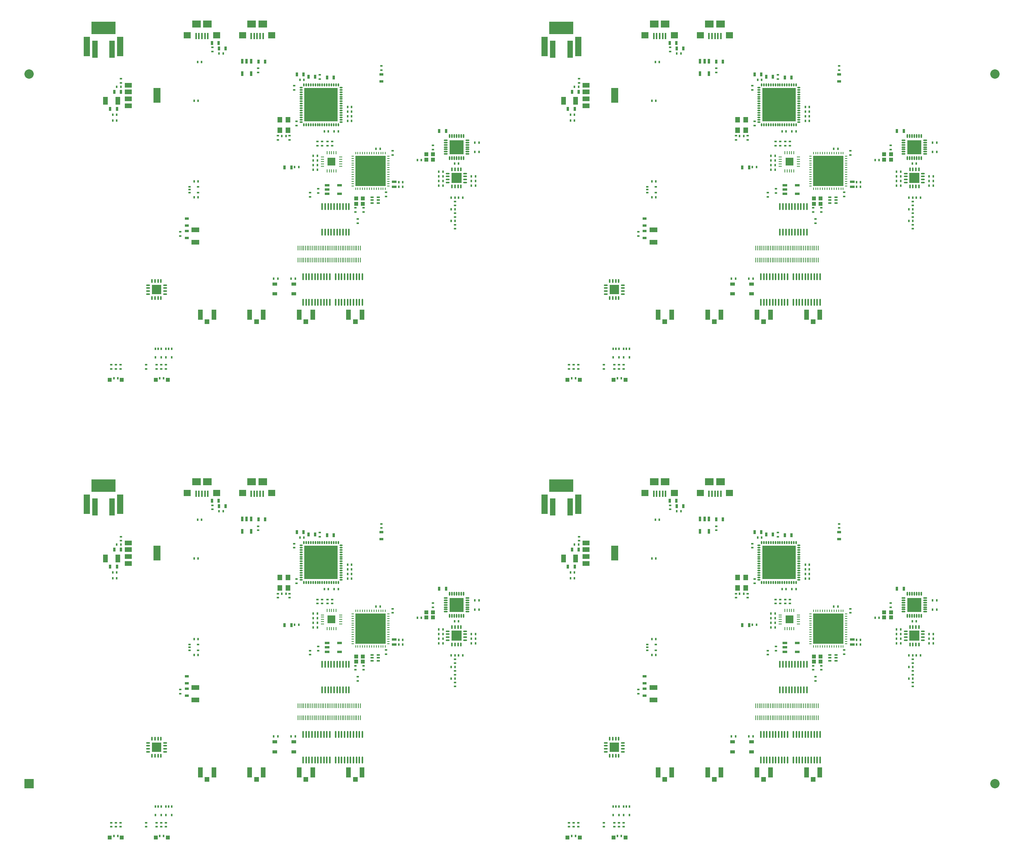
<source format=gtp>
G04 Layer_Color=8421504*
%FSLAX24Y24*%
%MOIN*%
G70*
G01*
G75*
%ADD10R,0.0800X0.0800*%
%ADD11C,0.0800*%
%ADD13R,0.0236X0.0157*%
%ADD14R,0.0354X0.0197*%
%ADD15R,0.0413X0.0866*%
%ADD16R,0.0394X0.0413*%
%ADD17R,0.0374X0.0335*%
%ADD18R,0.0433X0.0669*%
%ADD19R,0.0669X0.0433*%
%ADD20R,0.0157X0.0236*%
%ADD21R,0.0236X0.0165*%
%ADD22R,0.0157X0.0532*%
%ADD23R,0.0079X0.0449*%
%ADD24R,0.0413X0.0512*%
%ADD26R,0.0748X0.0630*%
%ADD27R,0.0630X0.0551*%
%ADD28O,0.0138X0.0394*%
%ADD29O,0.0394X0.0138*%
%ADD30R,0.0850X0.0850*%
%ADD31O,0.0110X0.0394*%
%ADD32O,0.0394X0.0110*%
%ADD33R,0.1240X0.1240*%
%ADD34R,0.0197X0.0354*%
%ADD35R,0.0295X0.0118*%
%ADD36R,0.0394X0.0197*%
%ADD37R,0.2598X0.2598*%
%ADD38O,0.0236X0.0098*%
%ADD39O,0.0098X0.0236*%
%ADD40O,0.0118X0.0610*%
%ADD41R,0.0413X0.0236*%
%ADD43O,0.0315X0.0098*%
%ADD44O,0.0098X0.0315*%
%ADD45R,0.2874X0.2874*%
%ADD46O,0.0295X0.0110*%
%ADD47O,0.0110X0.0295*%
%ADD48R,0.0236X0.0413*%
%ADD49R,0.0591X0.0394*%
%ADD50R,0.0591X0.1299*%
%ADD51R,0.0413X0.0256*%
%ADD52O,0.0394X0.0118*%
%ADD53O,0.0118X0.0394*%
%ADD54R,0.0827X0.0827*%
%ADD55R,0.0177X0.0197*%
%ADD56R,0.0335X0.0354*%
%ADD57R,0.0165X0.0236*%
%ADD58R,0.0475X0.1480*%
%ADD59R,0.0575X0.1650*%
%ADD60R,0.2100X0.1100*%
%ADD126R,0.0709X0.0709*%
D10*
X2165Y4921D02*
D03*
D11*
Y65945D02*
D03*
X85236D02*
D03*
Y4921D02*
D03*
D13*
X32479Y26923D02*
D03*
Y27277D02*
D03*
X21882Y27077D02*
D03*
Y26723D02*
D03*
X27382Y20777D02*
D03*
Y20423D02*
D03*
X38805Y13633D02*
D03*
Y13279D02*
D03*
Y14279D02*
D03*
Y14633D02*
D03*
Y15279D02*
D03*
Y15633D02*
D03*
X36902Y20455D02*
D03*
Y20101D02*
D03*
X30432Y14127D02*
D03*
Y13773D02*
D03*
X32882Y16427D02*
D03*
Y16073D02*
D03*
X33432Y19623D02*
D03*
Y19977D02*
D03*
X30932Y14723D02*
D03*
Y15077D02*
D03*
X30232Y14723D02*
D03*
Y15077D02*
D03*
X26332Y16023D02*
D03*
Y16377D02*
D03*
X27032Y16727D02*
D03*
Y16373D02*
D03*
X27832Y20423D02*
D03*
Y20777D02*
D03*
X28232D02*
D03*
Y20423D02*
D03*
X26982Y20777D02*
D03*
Y20423D02*
D03*
X23582Y21277D02*
D03*
Y20923D02*
D03*
X24582Y21277D02*
D03*
Y20923D02*
D03*
X25182Y22527D02*
D03*
Y22173D02*
D03*
X24982Y25577D02*
D03*
Y25223D02*
D03*
X27182Y26527D02*
D03*
Y26173D02*
D03*
X17932Y28877D02*
D03*
Y28523D02*
D03*
X10082Y25823D02*
D03*
Y26177D02*
D03*
X15182Y13027D02*
D03*
Y12673D02*
D03*
X9629Y1577D02*
D03*
Y1223D02*
D03*
X9229D02*
D03*
Y1577D02*
D03*
X10029Y1223D02*
D03*
Y1577D02*
D03*
X13929D02*
D03*
Y1223D02*
D03*
X13529Y1577D02*
D03*
Y1223D02*
D03*
X13129Y1577D02*
D03*
Y1223D02*
D03*
X12229Y1577D02*
D03*
Y1223D02*
D03*
X71849Y26923D02*
D03*
Y27277D02*
D03*
X61252Y27077D02*
D03*
Y26723D02*
D03*
X66752Y20777D02*
D03*
Y20423D02*
D03*
X78175Y13633D02*
D03*
Y13279D02*
D03*
Y14279D02*
D03*
Y14633D02*
D03*
Y15279D02*
D03*
Y15633D02*
D03*
X76272Y20455D02*
D03*
Y20101D02*
D03*
X69802Y14127D02*
D03*
Y13773D02*
D03*
X72252Y16427D02*
D03*
Y16073D02*
D03*
X72802Y19623D02*
D03*
Y19977D02*
D03*
X70302Y14723D02*
D03*
Y15077D02*
D03*
X69602Y14723D02*
D03*
Y15077D02*
D03*
X65702Y16023D02*
D03*
Y16377D02*
D03*
X66402Y16727D02*
D03*
Y16373D02*
D03*
X67202Y20423D02*
D03*
Y20777D02*
D03*
X67602D02*
D03*
Y20423D02*
D03*
X66352Y20777D02*
D03*
Y20423D02*
D03*
X62952Y21277D02*
D03*
Y20923D02*
D03*
X63952Y21277D02*
D03*
Y20923D02*
D03*
X64552Y22527D02*
D03*
Y22173D02*
D03*
X64352Y25577D02*
D03*
Y25223D02*
D03*
X66552Y26527D02*
D03*
Y26173D02*
D03*
X57302Y28877D02*
D03*
Y28523D02*
D03*
X49452Y25823D02*
D03*
Y26177D02*
D03*
X54552Y13027D02*
D03*
Y12673D02*
D03*
X48999Y1577D02*
D03*
Y1223D02*
D03*
X48599D02*
D03*
Y1577D02*
D03*
X49399Y1223D02*
D03*
Y1577D02*
D03*
X53299D02*
D03*
Y1223D02*
D03*
X52899Y1577D02*
D03*
Y1223D02*
D03*
X52499Y1577D02*
D03*
Y1223D02*
D03*
X51599Y1577D02*
D03*
Y1223D02*
D03*
X32479Y66293D02*
D03*
Y66647D02*
D03*
X21882Y66447D02*
D03*
Y66093D02*
D03*
X27382Y60147D02*
D03*
Y59793D02*
D03*
X38805Y53004D02*
D03*
Y52649D02*
D03*
Y53649D02*
D03*
Y54004D02*
D03*
Y54649D02*
D03*
Y55004D02*
D03*
X36902Y59825D02*
D03*
Y59471D02*
D03*
X30432Y53497D02*
D03*
Y53143D02*
D03*
X32882Y55797D02*
D03*
Y55443D02*
D03*
X33432Y58993D02*
D03*
Y59347D02*
D03*
X30932Y54093D02*
D03*
Y54447D02*
D03*
X30232Y54093D02*
D03*
Y54447D02*
D03*
X26332Y55393D02*
D03*
Y55747D02*
D03*
X27032Y56097D02*
D03*
Y55743D02*
D03*
X27832Y59793D02*
D03*
Y60147D02*
D03*
X28232D02*
D03*
Y59793D02*
D03*
X26982Y60147D02*
D03*
Y59793D02*
D03*
X23582Y60647D02*
D03*
Y60293D02*
D03*
X24582Y60647D02*
D03*
Y60293D02*
D03*
X25182Y61897D02*
D03*
Y61543D02*
D03*
X24982Y64947D02*
D03*
Y64593D02*
D03*
X27182Y65897D02*
D03*
Y65543D02*
D03*
X17932Y68247D02*
D03*
Y67893D02*
D03*
X10082Y65193D02*
D03*
Y65547D02*
D03*
X15182Y52397D02*
D03*
Y52043D02*
D03*
X9629Y40947D02*
D03*
Y40593D02*
D03*
X9229D02*
D03*
Y40947D02*
D03*
X10029Y40593D02*
D03*
Y40947D02*
D03*
X13929D02*
D03*
Y40593D02*
D03*
X13529Y40947D02*
D03*
Y40593D02*
D03*
X13129Y40947D02*
D03*
Y40593D02*
D03*
X12229Y40947D02*
D03*
Y40593D02*
D03*
X71849Y66293D02*
D03*
Y66647D02*
D03*
X61252Y66447D02*
D03*
Y66093D02*
D03*
X66752Y60147D02*
D03*
Y59793D02*
D03*
X78175Y53004D02*
D03*
Y52649D02*
D03*
Y53649D02*
D03*
Y54004D02*
D03*
Y54649D02*
D03*
Y55004D02*
D03*
X76272Y59825D02*
D03*
Y59471D02*
D03*
X69802Y53497D02*
D03*
Y53143D02*
D03*
X72252Y55797D02*
D03*
Y55443D02*
D03*
X72802Y58993D02*
D03*
Y59347D02*
D03*
X70302Y54093D02*
D03*
Y54447D02*
D03*
X69602Y54093D02*
D03*
Y54447D02*
D03*
X65702Y55393D02*
D03*
Y55747D02*
D03*
X66402Y56097D02*
D03*
Y55743D02*
D03*
X67202Y59793D02*
D03*
Y60147D02*
D03*
X67602D02*
D03*
Y59793D02*
D03*
X66352Y60147D02*
D03*
Y59793D02*
D03*
X62952Y60647D02*
D03*
Y60293D02*
D03*
X63952Y60647D02*
D03*
Y60293D02*
D03*
X64552Y61897D02*
D03*
Y61543D02*
D03*
X64352Y64947D02*
D03*
Y64593D02*
D03*
X66552Y65897D02*
D03*
Y65543D02*
D03*
X57302Y68247D02*
D03*
Y67893D02*
D03*
X49452Y65193D02*
D03*
Y65547D02*
D03*
X54552Y52397D02*
D03*
Y52043D02*
D03*
X48999Y40947D02*
D03*
Y40593D02*
D03*
X48599D02*
D03*
Y40947D02*
D03*
X49399Y40593D02*
D03*
Y40947D02*
D03*
X53299D02*
D03*
Y40593D02*
D03*
X52899Y40947D02*
D03*
Y40593D02*
D03*
X52499Y40947D02*
D03*
Y40593D02*
D03*
X51599Y40947D02*
D03*
Y40593D02*
D03*
D14*
X32470Y25955D02*
D03*
Y26545D02*
D03*
X15732Y12505D02*
D03*
Y13095D02*
D03*
Y14145D02*
D03*
Y13555D02*
D03*
X71841Y25955D02*
D03*
Y26545D02*
D03*
X55102Y12505D02*
D03*
Y13095D02*
D03*
Y14145D02*
D03*
Y13555D02*
D03*
X32470Y65325D02*
D03*
Y65915D02*
D03*
X15732Y51875D02*
D03*
Y52465D02*
D03*
Y53515D02*
D03*
Y52925D02*
D03*
X71841Y65325D02*
D03*
Y65915D02*
D03*
X55102Y51875D02*
D03*
Y52465D02*
D03*
Y53515D02*
D03*
Y52925D02*
D03*
D15*
X29648Y5900D02*
D03*
X30810D02*
D03*
X26560D02*
D03*
X25398D02*
D03*
X21148D02*
D03*
X22310D02*
D03*
X18060D02*
D03*
X16898D02*
D03*
X69019D02*
D03*
X70180D02*
D03*
X65930D02*
D03*
X64769D02*
D03*
X60518D02*
D03*
X61680D02*
D03*
X57430D02*
D03*
X56269D02*
D03*
X29648Y45270D02*
D03*
X30810D02*
D03*
X26560D02*
D03*
X25398D02*
D03*
X21148D02*
D03*
X22310D02*
D03*
X18060D02*
D03*
X16898D02*
D03*
X69019D02*
D03*
X70180D02*
D03*
X65930D02*
D03*
X64769D02*
D03*
X60518D02*
D03*
X61680D02*
D03*
X57430D02*
D03*
X56269D02*
D03*
D16*
X30229Y5300D02*
D03*
X25979D02*
D03*
X21729D02*
D03*
X17479D02*
D03*
X69599D02*
D03*
X65349D02*
D03*
X61099D02*
D03*
X56849D02*
D03*
X30229Y44670D02*
D03*
X25979D02*
D03*
X21729D02*
D03*
X17479D02*
D03*
X69599D02*
D03*
X65349D02*
D03*
X61099D02*
D03*
X56849D02*
D03*
D17*
X36915Y19224D02*
D03*
X36344D02*
D03*
Y19676D02*
D03*
X36915D02*
D03*
X30297Y15876D02*
D03*
X30868D02*
D03*
Y15424D02*
D03*
X30297D02*
D03*
X76285Y19224D02*
D03*
X75714D02*
D03*
Y19676D02*
D03*
X76285D02*
D03*
X69667Y15876D02*
D03*
X70238D02*
D03*
Y15424D02*
D03*
X69667D02*
D03*
X36915Y58594D02*
D03*
X36344D02*
D03*
Y59046D02*
D03*
X36915D02*
D03*
X30297Y55246D02*
D03*
X30868D02*
D03*
Y54794D02*
D03*
X30297D02*
D03*
X76285Y58594D02*
D03*
X75714D02*
D03*
Y59046D02*
D03*
X76285D02*
D03*
X69667Y55246D02*
D03*
X70238D02*
D03*
Y54794D02*
D03*
X69667D02*
D03*
D18*
X9814Y24300D02*
D03*
X8751D02*
D03*
X49184D02*
D03*
X48121D02*
D03*
X9814Y63670D02*
D03*
X8751D02*
D03*
X49184D02*
D03*
X48121D02*
D03*
D19*
X16482Y13182D02*
D03*
Y12119D02*
D03*
X55852Y13182D02*
D03*
Y12119D02*
D03*
X16482Y52552D02*
D03*
Y51489D02*
D03*
X55852Y52552D02*
D03*
Y51489D02*
D03*
D20*
X16355Y17350D02*
D03*
X16709D02*
D03*
Y16000D02*
D03*
X16355D02*
D03*
X38809Y13950D02*
D03*
X38455D02*
D03*
X38809Y14950D02*
D03*
X38455D02*
D03*
X38809Y15956D02*
D03*
X38455D02*
D03*
X39459D02*
D03*
X39105D02*
D03*
X40205Y17006D02*
D03*
X40559D02*
D03*
X40205Y17406D02*
D03*
X40559D02*
D03*
X40205Y17806D02*
D03*
X40559D02*
D03*
X37759Y17006D02*
D03*
X37405D02*
D03*
Y17406D02*
D03*
X37759D02*
D03*
X37405Y17806D02*
D03*
X37759D02*
D03*
X37405Y18206D02*
D03*
X37759D02*
D03*
X39109Y18906D02*
D03*
X38755D02*
D03*
X40505Y19906D02*
D03*
X40859D02*
D03*
X40505Y20706D02*
D03*
X40859D02*
D03*
X35552Y19200D02*
D03*
X35906D02*
D03*
X33955Y16900D02*
D03*
X34309D02*
D03*
X33955Y17300D02*
D03*
X34309D02*
D03*
X32005Y20150D02*
D03*
X32359D02*
D03*
X26605Y19150D02*
D03*
X26959D02*
D03*
X26605Y18750D02*
D03*
X26959D02*
D03*
Y18350D02*
D03*
X26605D02*
D03*
X26959Y19550D02*
D03*
X26605D02*
D03*
X25005Y18600D02*
D03*
X25359D02*
D03*
X24259Y21250D02*
D03*
X23905D02*
D03*
X27555Y21650D02*
D03*
X27909D02*
D03*
X28405D02*
D03*
X28759D02*
D03*
X29909Y22550D02*
D03*
X29555D02*
D03*
X29909Y22950D02*
D03*
X29555D02*
D03*
Y23350D02*
D03*
X29909D02*
D03*
X29555Y23750D02*
D03*
X29909D02*
D03*
X25809Y26100D02*
D03*
X25455D02*
D03*
X16658Y27613D02*
D03*
X17013D02*
D03*
X18505Y28350D02*
D03*
X18859D02*
D03*
X16355Y24300D02*
D03*
X16709D02*
D03*
X9709Y22600D02*
D03*
X9355D02*
D03*
X9709Y23100D02*
D03*
X9355D02*
D03*
X10059Y25500D02*
D03*
X9705D02*
D03*
X23202Y9000D02*
D03*
X23556D02*
D03*
X25056D02*
D03*
X24702D02*
D03*
X55725Y17350D02*
D03*
X56080D02*
D03*
Y16000D02*
D03*
X55725D02*
D03*
X78180Y13950D02*
D03*
X77825D02*
D03*
X78180Y14950D02*
D03*
X77825D02*
D03*
X78180Y15956D02*
D03*
X77825D02*
D03*
X78830D02*
D03*
X78475D02*
D03*
X79575Y17006D02*
D03*
X79930D02*
D03*
X79575Y17406D02*
D03*
X79930D02*
D03*
X79575Y17806D02*
D03*
X79930D02*
D03*
X77130Y17006D02*
D03*
X76775D02*
D03*
Y17406D02*
D03*
X77130D02*
D03*
X76775Y17806D02*
D03*
X77130D02*
D03*
X76775Y18206D02*
D03*
X77130D02*
D03*
X78480Y18906D02*
D03*
X78125D02*
D03*
X79875Y19906D02*
D03*
X80230D02*
D03*
X79875Y20706D02*
D03*
X80230D02*
D03*
X74922Y19200D02*
D03*
X75276D02*
D03*
X73325Y16900D02*
D03*
X73680D02*
D03*
X73325Y17300D02*
D03*
X73680D02*
D03*
X71375Y20150D02*
D03*
X71730D02*
D03*
X65975Y19150D02*
D03*
X66330D02*
D03*
X65975Y18750D02*
D03*
X66330D02*
D03*
Y18350D02*
D03*
X65975D02*
D03*
X66330Y19550D02*
D03*
X65975D02*
D03*
X64375Y18600D02*
D03*
X64730D02*
D03*
X63630Y21250D02*
D03*
X63275D02*
D03*
X66925Y21650D02*
D03*
X67280D02*
D03*
X67775D02*
D03*
X68130D02*
D03*
X69280Y22550D02*
D03*
X68925D02*
D03*
X69280Y22950D02*
D03*
X68925D02*
D03*
Y23350D02*
D03*
X69280D02*
D03*
X68925Y23750D02*
D03*
X69280D02*
D03*
X65180Y26100D02*
D03*
X64825D02*
D03*
X56028Y27613D02*
D03*
X56383D02*
D03*
X57875Y28350D02*
D03*
X58230D02*
D03*
X55725Y24300D02*
D03*
X56080D02*
D03*
X49080Y22600D02*
D03*
X48725D02*
D03*
X49080Y23100D02*
D03*
X48725D02*
D03*
X49430Y25500D02*
D03*
X49075D02*
D03*
X62572Y9000D02*
D03*
X62926D02*
D03*
X64426D02*
D03*
X64072D02*
D03*
X16355Y56720D02*
D03*
X16709D02*
D03*
Y55370D02*
D03*
X16355D02*
D03*
X38809Y53320D02*
D03*
X38455D02*
D03*
X38809Y54320D02*
D03*
X38455D02*
D03*
X38809Y55326D02*
D03*
X38455D02*
D03*
X39459D02*
D03*
X39105D02*
D03*
X40205Y56376D02*
D03*
X40559D02*
D03*
X40205Y56776D02*
D03*
X40559D02*
D03*
X40205Y57176D02*
D03*
X40559D02*
D03*
X37759Y56376D02*
D03*
X37405D02*
D03*
Y56776D02*
D03*
X37759D02*
D03*
X37405Y57176D02*
D03*
X37759D02*
D03*
X37405Y57576D02*
D03*
X37759D02*
D03*
X39109Y58276D02*
D03*
X38755D02*
D03*
X40505Y59276D02*
D03*
X40859D02*
D03*
X40505Y60076D02*
D03*
X40859D02*
D03*
X35552Y58570D02*
D03*
X35906D02*
D03*
X33955Y56270D02*
D03*
X34309D02*
D03*
X33955Y56670D02*
D03*
X34309D02*
D03*
X32005Y59520D02*
D03*
X32359D02*
D03*
X26605Y58520D02*
D03*
X26959D02*
D03*
X26605Y58120D02*
D03*
X26959D02*
D03*
Y57720D02*
D03*
X26605D02*
D03*
X26959Y58920D02*
D03*
X26605D02*
D03*
X25005Y57970D02*
D03*
X25359D02*
D03*
X24259Y60620D02*
D03*
X23905D02*
D03*
X27555Y61020D02*
D03*
X27909D02*
D03*
X28405D02*
D03*
X28759D02*
D03*
X29909Y61920D02*
D03*
X29555D02*
D03*
X29909Y62320D02*
D03*
X29555D02*
D03*
Y62720D02*
D03*
X29909D02*
D03*
X29555Y63120D02*
D03*
X29909D02*
D03*
X25809Y65470D02*
D03*
X25455D02*
D03*
X16658Y66983D02*
D03*
X17013D02*
D03*
X18505Y67720D02*
D03*
X18859D02*
D03*
X16355Y63670D02*
D03*
X16709D02*
D03*
X9709Y61970D02*
D03*
X9355D02*
D03*
X9709Y62470D02*
D03*
X9355D02*
D03*
X10059Y64870D02*
D03*
X9705D02*
D03*
X23202Y48370D02*
D03*
X23556D02*
D03*
X25056D02*
D03*
X24702D02*
D03*
X55725Y56720D02*
D03*
X56080D02*
D03*
Y55370D02*
D03*
X55725D02*
D03*
X78180Y53320D02*
D03*
X77825D02*
D03*
X78180Y54320D02*
D03*
X77825D02*
D03*
X78180Y55326D02*
D03*
X77825D02*
D03*
X78830D02*
D03*
X78475D02*
D03*
X79575Y56376D02*
D03*
X79930D02*
D03*
X79575Y56776D02*
D03*
X79930D02*
D03*
X79575Y57176D02*
D03*
X79930D02*
D03*
X77130Y56376D02*
D03*
X76775D02*
D03*
Y56776D02*
D03*
X77130D02*
D03*
X76775Y57176D02*
D03*
X77130D02*
D03*
X76775Y57576D02*
D03*
X77130D02*
D03*
X78480Y58276D02*
D03*
X78125D02*
D03*
X79875Y59276D02*
D03*
X80230D02*
D03*
X79875Y60076D02*
D03*
X80230D02*
D03*
X74922Y58570D02*
D03*
X75276D02*
D03*
X73325Y56270D02*
D03*
X73680D02*
D03*
X73325Y56670D02*
D03*
X73680D02*
D03*
X71375Y59520D02*
D03*
X71730D02*
D03*
X65975Y58520D02*
D03*
X66330D02*
D03*
X65975Y58120D02*
D03*
X66330D02*
D03*
Y57720D02*
D03*
X65975D02*
D03*
X66330Y58920D02*
D03*
X65975D02*
D03*
X64375Y57970D02*
D03*
X64730D02*
D03*
X63630Y60620D02*
D03*
X63275D02*
D03*
X66925Y61020D02*
D03*
X67280D02*
D03*
X67775D02*
D03*
X68130D02*
D03*
X69280Y61920D02*
D03*
X68925D02*
D03*
X69280Y62320D02*
D03*
X68925D02*
D03*
Y62720D02*
D03*
X69280D02*
D03*
X68925Y63120D02*
D03*
X69280D02*
D03*
X65180Y65470D02*
D03*
X64825D02*
D03*
X56028Y66983D02*
D03*
X56383D02*
D03*
X57875Y67720D02*
D03*
X58230D02*
D03*
X55725Y63670D02*
D03*
X56080D02*
D03*
X49080Y61970D02*
D03*
X48725D02*
D03*
X49080Y62470D02*
D03*
X48725D02*
D03*
X49430Y64870D02*
D03*
X49075D02*
D03*
X62572Y48370D02*
D03*
X62926D02*
D03*
X64426D02*
D03*
X64072D02*
D03*
D21*
X15958Y16394D02*
D03*
Y16650D02*
D03*
Y16906D02*
D03*
X16706D02*
D03*
Y16394D02*
D03*
X55328D02*
D03*
Y16650D02*
D03*
Y16906D02*
D03*
X56076D02*
D03*
Y16394D02*
D03*
X15958Y55764D02*
D03*
Y56020D02*
D03*
Y56276D02*
D03*
X16706D02*
D03*
Y55764D02*
D03*
X55328D02*
D03*
Y56020D02*
D03*
Y56276D02*
D03*
X56076D02*
D03*
Y55764D02*
D03*
D22*
X21782Y29847D02*
D03*
X22038D02*
D03*
X22294D02*
D03*
X21270D02*
D03*
X21526D02*
D03*
X17032D02*
D03*
X16776D02*
D03*
X16520D02*
D03*
X17288D02*
D03*
X17544D02*
D03*
X61152D02*
D03*
X61408D02*
D03*
X61664D02*
D03*
X60641D02*
D03*
X60896D02*
D03*
X56402D02*
D03*
X56146D02*
D03*
X55891D02*
D03*
X56658D02*
D03*
X56914D02*
D03*
X21782Y69217D02*
D03*
X22038D02*
D03*
X22294D02*
D03*
X21270D02*
D03*
X21526D02*
D03*
X17032D02*
D03*
X16776D02*
D03*
X16520D02*
D03*
X17288D02*
D03*
X17544D02*
D03*
X61152D02*
D03*
X61408D02*
D03*
X61664D02*
D03*
X60641D02*
D03*
X60896D02*
D03*
X56402D02*
D03*
X56146D02*
D03*
X55891D02*
D03*
X56658D02*
D03*
X56914D02*
D03*
D23*
X30659Y11620D02*
D03*
X30502D02*
D03*
X30344D02*
D03*
X30187D02*
D03*
X30030D02*
D03*
X29872D02*
D03*
X29715D02*
D03*
X29557D02*
D03*
X29400D02*
D03*
X29242D02*
D03*
X29085D02*
D03*
X28927D02*
D03*
X28770D02*
D03*
X28612D02*
D03*
X28455D02*
D03*
X28297D02*
D03*
X28140D02*
D03*
X27982D02*
D03*
X27825D02*
D03*
X27667D02*
D03*
X27510D02*
D03*
X27352D02*
D03*
X27195D02*
D03*
X27037D02*
D03*
X26880D02*
D03*
X26722D02*
D03*
X26565D02*
D03*
X26407D02*
D03*
X26250D02*
D03*
X26093D02*
D03*
X25935D02*
D03*
X25778D02*
D03*
X25620D02*
D03*
X25463D02*
D03*
X25305D02*
D03*
X30659Y10580D02*
D03*
X30502D02*
D03*
X30344D02*
D03*
X30187D02*
D03*
X30030D02*
D03*
X29872D02*
D03*
X29715D02*
D03*
X29557D02*
D03*
X29400D02*
D03*
X29242D02*
D03*
X29085D02*
D03*
X28927D02*
D03*
X28770D02*
D03*
X28612D02*
D03*
X28455D02*
D03*
X28297D02*
D03*
X28140D02*
D03*
X27982D02*
D03*
X27825D02*
D03*
X27667D02*
D03*
X27510D02*
D03*
X27352D02*
D03*
X27195D02*
D03*
X27037D02*
D03*
X26880D02*
D03*
X26722D02*
D03*
X26565D02*
D03*
X26407D02*
D03*
X26250D02*
D03*
X26093D02*
D03*
X25935D02*
D03*
X25778D02*
D03*
X25620D02*
D03*
X25463D02*
D03*
X25305D02*
D03*
X70030Y11620D02*
D03*
X69872D02*
D03*
X69715D02*
D03*
X69557D02*
D03*
X69400D02*
D03*
X69242D02*
D03*
X69085D02*
D03*
X68927D02*
D03*
X68770D02*
D03*
X68612D02*
D03*
X68455D02*
D03*
X68297D02*
D03*
X68140D02*
D03*
X67982D02*
D03*
X67825D02*
D03*
X67667D02*
D03*
X67510D02*
D03*
X67352D02*
D03*
X67195D02*
D03*
X67037D02*
D03*
X66880D02*
D03*
X66722D02*
D03*
X66565D02*
D03*
X66407D02*
D03*
X66250D02*
D03*
X66093D02*
D03*
X65935D02*
D03*
X65778D02*
D03*
X65620D02*
D03*
X65463D02*
D03*
X65305D02*
D03*
X65148D02*
D03*
X64990D02*
D03*
X64833D02*
D03*
X64675D02*
D03*
X70030Y10580D02*
D03*
X69872D02*
D03*
X69715D02*
D03*
X69557D02*
D03*
X69400D02*
D03*
X69242D02*
D03*
X69085D02*
D03*
X68927D02*
D03*
X68770D02*
D03*
X68612D02*
D03*
X68455D02*
D03*
X68297D02*
D03*
X68140D02*
D03*
X67982D02*
D03*
X67825D02*
D03*
X67667D02*
D03*
X67510D02*
D03*
X67352D02*
D03*
X67195D02*
D03*
X67037D02*
D03*
X66880D02*
D03*
X66722D02*
D03*
X66565D02*
D03*
X66407D02*
D03*
X66250D02*
D03*
X66093D02*
D03*
X65935D02*
D03*
X65778D02*
D03*
X65620D02*
D03*
X65463D02*
D03*
X65305D02*
D03*
X65148D02*
D03*
X64990D02*
D03*
X64833D02*
D03*
X64675D02*
D03*
X30659Y50990D02*
D03*
X30502D02*
D03*
X30344D02*
D03*
X30187D02*
D03*
X30030D02*
D03*
X29872D02*
D03*
X29715D02*
D03*
X29557D02*
D03*
X29400D02*
D03*
X29242D02*
D03*
X29085D02*
D03*
X28927D02*
D03*
X28770D02*
D03*
X28612D02*
D03*
X28455D02*
D03*
X28297D02*
D03*
X28140D02*
D03*
X27982D02*
D03*
X27825D02*
D03*
X27667D02*
D03*
X27510D02*
D03*
X27352D02*
D03*
X27195D02*
D03*
X27037D02*
D03*
X26880D02*
D03*
X26722D02*
D03*
X26565D02*
D03*
X26407D02*
D03*
X26250D02*
D03*
X26093D02*
D03*
X25935D02*
D03*
X25778D02*
D03*
X25620D02*
D03*
X25463D02*
D03*
X25305D02*
D03*
X30659Y49950D02*
D03*
X30502D02*
D03*
X30344D02*
D03*
X30187D02*
D03*
X30030D02*
D03*
X29872D02*
D03*
X29715D02*
D03*
X29557D02*
D03*
X29400D02*
D03*
X29242D02*
D03*
X29085D02*
D03*
X28927D02*
D03*
X28770D02*
D03*
X28612D02*
D03*
X28455D02*
D03*
X28297D02*
D03*
X28140D02*
D03*
X27982D02*
D03*
X27825D02*
D03*
X27667D02*
D03*
X27510D02*
D03*
X27352D02*
D03*
X27195D02*
D03*
X27037D02*
D03*
X26880D02*
D03*
X26722D02*
D03*
X26565D02*
D03*
X26407D02*
D03*
X26250D02*
D03*
X26093D02*
D03*
X25935D02*
D03*
X25778D02*
D03*
X25620D02*
D03*
X25463D02*
D03*
X25305D02*
D03*
X70030Y50990D02*
D03*
X69872D02*
D03*
X69715D02*
D03*
X69557D02*
D03*
X69400D02*
D03*
X69242D02*
D03*
X69085D02*
D03*
X68927D02*
D03*
X68770D02*
D03*
X68612D02*
D03*
X68455D02*
D03*
X68297D02*
D03*
X68140D02*
D03*
X67982D02*
D03*
X67825D02*
D03*
X67667D02*
D03*
X67510D02*
D03*
X67352D02*
D03*
X67195D02*
D03*
X67037D02*
D03*
X66880D02*
D03*
X66722D02*
D03*
X66565D02*
D03*
X66407D02*
D03*
X66250D02*
D03*
X66093D02*
D03*
X65935D02*
D03*
X65778D02*
D03*
X65620D02*
D03*
X65463D02*
D03*
X65305D02*
D03*
X65148D02*
D03*
X64990D02*
D03*
X64833D02*
D03*
X64675D02*
D03*
X70030Y49950D02*
D03*
X69872D02*
D03*
X69715D02*
D03*
X69557D02*
D03*
X69400D02*
D03*
X69242D02*
D03*
X69085D02*
D03*
X68927D02*
D03*
X68770D02*
D03*
X68612D02*
D03*
X68455D02*
D03*
X68297D02*
D03*
X68140D02*
D03*
X67982D02*
D03*
X67825D02*
D03*
X67667D02*
D03*
X67510D02*
D03*
X67352D02*
D03*
X67195D02*
D03*
X67037D02*
D03*
X66880D02*
D03*
X66722D02*
D03*
X66565D02*
D03*
X66407D02*
D03*
X66250D02*
D03*
X66093D02*
D03*
X65935D02*
D03*
X65778D02*
D03*
X65620D02*
D03*
X65463D02*
D03*
X65305D02*
D03*
X65148D02*
D03*
X64990D02*
D03*
X64833D02*
D03*
X64675D02*
D03*
D24*
X23718Y22653D02*
D03*
Y21747D02*
D03*
X24446D02*
D03*
Y22653D02*
D03*
X63088D02*
D03*
Y21747D02*
D03*
X63817D02*
D03*
Y22653D02*
D03*
X23718Y62023D02*
D03*
Y61117D02*
D03*
X24446D02*
D03*
Y62023D02*
D03*
X63088D02*
D03*
Y61117D02*
D03*
X63817D02*
D03*
Y62023D02*
D03*
D26*
X21310Y30900D02*
D03*
X22255D02*
D03*
X17505D02*
D03*
X16560D02*
D03*
X60680D02*
D03*
X61625D02*
D03*
X56875D02*
D03*
X55930D02*
D03*
X21310Y70270D02*
D03*
X22255D02*
D03*
X17505D02*
D03*
X16560D02*
D03*
X60680D02*
D03*
X61625D02*
D03*
X56875D02*
D03*
X55930D02*
D03*
D27*
X20522Y29916D02*
D03*
X23042D02*
D03*
X18292D02*
D03*
X15772D02*
D03*
X59893D02*
D03*
X62412D02*
D03*
X57662D02*
D03*
X55143D02*
D03*
X20522Y69286D02*
D03*
X23042D02*
D03*
X18292D02*
D03*
X15772D02*
D03*
X59893D02*
D03*
X62412D02*
D03*
X57662D02*
D03*
X55143D02*
D03*
D28*
X39316Y18404D02*
D03*
X39060D02*
D03*
X38804D02*
D03*
X38548D02*
D03*
Y16908D02*
D03*
X38804D02*
D03*
X39060D02*
D03*
X39316D02*
D03*
X78686Y18404D02*
D03*
X78430D02*
D03*
X78174D02*
D03*
X77919D02*
D03*
Y16908D02*
D03*
X78174D02*
D03*
X78430D02*
D03*
X78686D02*
D03*
X39316Y57774D02*
D03*
X39060D02*
D03*
X38804D02*
D03*
X38548D02*
D03*
Y56278D02*
D03*
X38804D02*
D03*
X39060D02*
D03*
X39316D02*
D03*
X78686Y57774D02*
D03*
X78430D02*
D03*
X78174D02*
D03*
X77919D02*
D03*
Y56278D02*
D03*
X78174D02*
D03*
X78430D02*
D03*
X78686D02*
D03*
D29*
X38184Y18040D02*
D03*
Y17784D02*
D03*
Y17528D02*
D03*
Y17272D02*
D03*
X39680D02*
D03*
Y17528D02*
D03*
Y17784D02*
D03*
Y18040D02*
D03*
X77554D02*
D03*
Y17784D02*
D03*
Y17528D02*
D03*
Y17272D02*
D03*
X79050D02*
D03*
Y17528D02*
D03*
Y17784D02*
D03*
Y18040D02*
D03*
X38184Y57410D02*
D03*
Y57154D02*
D03*
Y56898D02*
D03*
Y56643D02*
D03*
X39680D02*
D03*
Y56898D02*
D03*
Y57154D02*
D03*
Y57410D02*
D03*
X77554D02*
D03*
Y57154D02*
D03*
Y56898D02*
D03*
Y56643D02*
D03*
X79050D02*
D03*
Y56898D02*
D03*
Y57154D02*
D03*
Y57410D02*
D03*
D30*
X38932Y17656D02*
D03*
X78302D02*
D03*
X38932Y57026D02*
D03*
X78302D02*
D03*
D31*
X39523Y21251D02*
D03*
X39326D02*
D03*
X39129D02*
D03*
X38932D02*
D03*
X38735D02*
D03*
X38539D02*
D03*
X38342D02*
D03*
Y19361D02*
D03*
X38539D02*
D03*
X38735D02*
D03*
X38932D02*
D03*
X39129D02*
D03*
X39326D02*
D03*
X39523D02*
D03*
X78893Y21251D02*
D03*
X78696D02*
D03*
X78499D02*
D03*
X78302D02*
D03*
X78106D02*
D03*
X77909D02*
D03*
X77712D02*
D03*
Y19361D02*
D03*
X77909D02*
D03*
X78106D02*
D03*
X78302D02*
D03*
X78499D02*
D03*
X78696D02*
D03*
X78893D02*
D03*
X39523Y60621D02*
D03*
X39326D02*
D03*
X39129D02*
D03*
X38932D02*
D03*
X38735D02*
D03*
X38539D02*
D03*
X38342D02*
D03*
Y58731D02*
D03*
X38539D02*
D03*
X38735D02*
D03*
X38932D02*
D03*
X39129D02*
D03*
X39326D02*
D03*
X39523D02*
D03*
X78893Y60621D02*
D03*
X78696D02*
D03*
X78499D02*
D03*
X78302D02*
D03*
X78106D02*
D03*
X77909D02*
D03*
X77712D02*
D03*
Y58731D02*
D03*
X77909D02*
D03*
X78106D02*
D03*
X78302D02*
D03*
X78499D02*
D03*
X78696D02*
D03*
X78893D02*
D03*
D32*
X37987Y20897D02*
D03*
Y20700D02*
D03*
Y20503D02*
D03*
Y20306D02*
D03*
Y20109D02*
D03*
Y19913D02*
D03*
Y19716D02*
D03*
X39877D02*
D03*
Y19913D02*
D03*
Y20109D02*
D03*
Y20306D02*
D03*
Y20503D02*
D03*
Y20700D02*
D03*
Y20897D02*
D03*
X77357D02*
D03*
Y20700D02*
D03*
Y20503D02*
D03*
Y20306D02*
D03*
Y20109D02*
D03*
Y19913D02*
D03*
Y19716D02*
D03*
X79247D02*
D03*
Y19913D02*
D03*
Y20109D02*
D03*
Y20306D02*
D03*
Y20503D02*
D03*
Y20700D02*
D03*
Y20897D02*
D03*
X37987Y60267D02*
D03*
Y60070D02*
D03*
Y59873D02*
D03*
Y59676D02*
D03*
Y59480D02*
D03*
Y59283D02*
D03*
Y59086D02*
D03*
X39877D02*
D03*
Y59283D02*
D03*
Y59480D02*
D03*
Y59676D02*
D03*
Y59873D02*
D03*
Y60070D02*
D03*
Y60267D02*
D03*
X77357D02*
D03*
Y60070D02*
D03*
Y59873D02*
D03*
Y59676D02*
D03*
Y59480D02*
D03*
Y59283D02*
D03*
Y59086D02*
D03*
X79247D02*
D03*
Y59283D02*
D03*
Y59480D02*
D03*
Y59676D02*
D03*
Y59873D02*
D03*
Y60070D02*
D03*
Y60267D02*
D03*
D33*
X38932Y20306D02*
D03*
X78302D02*
D03*
X38932Y59676D02*
D03*
X78302D02*
D03*
D34*
X37437Y21700D02*
D03*
X38028D02*
D03*
X24137Y18550D02*
D03*
X24728D02*
D03*
X25187Y26550D02*
D03*
X25778D02*
D03*
X28378Y26300D02*
D03*
X27787D02*
D03*
X26778Y26350D02*
D03*
X26187D02*
D03*
X22478Y27650D02*
D03*
X21887D02*
D03*
X19078Y28800D02*
D03*
X18487D02*
D03*
X17887Y29250D02*
D03*
X18478D02*
D03*
X9137Y23600D02*
D03*
X9728D02*
D03*
X9487Y25050D02*
D03*
X10078D02*
D03*
X76807Y21700D02*
D03*
X77398D02*
D03*
X63507Y18550D02*
D03*
X64098D02*
D03*
X64557Y26550D02*
D03*
X65148D02*
D03*
X67748Y26300D02*
D03*
X67157D02*
D03*
X66148Y26350D02*
D03*
X65557D02*
D03*
X61848Y27650D02*
D03*
X61257D02*
D03*
X58448Y28800D02*
D03*
X57857D02*
D03*
X57257Y29250D02*
D03*
X57848D02*
D03*
X48507Y23600D02*
D03*
X49098D02*
D03*
X48857Y25050D02*
D03*
X49448D02*
D03*
X37437Y61070D02*
D03*
X38028D02*
D03*
X24137Y57920D02*
D03*
X24728D02*
D03*
X25187Y65920D02*
D03*
X25778D02*
D03*
X28378Y65670D02*
D03*
X27787D02*
D03*
X26778Y65720D02*
D03*
X26187D02*
D03*
X22478Y67020D02*
D03*
X21887D02*
D03*
X19078Y68170D02*
D03*
X18487D02*
D03*
X17887Y68620D02*
D03*
X18478D02*
D03*
X9137Y62970D02*
D03*
X9728D02*
D03*
X9487Y64420D02*
D03*
X10078D02*
D03*
X76807Y61070D02*
D03*
X77398D02*
D03*
X63507Y57920D02*
D03*
X64098D02*
D03*
X64557Y65920D02*
D03*
X65148D02*
D03*
X67748Y65670D02*
D03*
X67157D02*
D03*
X66148Y65720D02*
D03*
X65557D02*
D03*
X61848Y67020D02*
D03*
X61257D02*
D03*
X58448Y68170D02*
D03*
X57857D02*
D03*
X57257Y68620D02*
D03*
X57848D02*
D03*
X48507Y62970D02*
D03*
X49098D02*
D03*
X48857Y64420D02*
D03*
X49448D02*
D03*
D35*
X32188Y15494D02*
D03*
Y15750D02*
D03*
Y16006D02*
D03*
X31676Y15494D02*
D03*
Y15750D02*
D03*
Y16006D02*
D03*
X71558Y15494D02*
D03*
Y15750D02*
D03*
Y16006D02*
D03*
X71046Y15494D02*
D03*
Y15750D02*
D03*
Y16006D02*
D03*
X32188Y54864D02*
D03*
Y55120D02*
D03*
Y55376D02*
D03*
X31676Y54864D02*
D03*
Y55120D02*
D03*
Y55376D02*
D03*
X71558Y54864D02*
D03*
Y55120D02*
D03*
Y55376D02*
D03*
X71046Y54864D02*
D03*
Y55120D02*
D03*
Y55376D02*
D03*
D36*
X33582Y16883D02*
D03*
Y17317D02*
D03*
X72952Y16883D02*
D03*
Y17317D02*
D03*
X33582Y56254D02*
D03*
Y56687D02*
D03*
X72952Y56254D02*
D03*
Y56687D02*
D03*
D37*
X31532Y18250D02*
D03*
X70902D02*
D03*
X31532Y57620D02*
D03*
X70902D02*
D03*
D38*
X33068Y19530D02*
D03*
Y19333D02*
D03*
Y19136D02*
D03*
Y18939D02*
D03*
Y18742D02*
D03*
Y18545D02*
D03*
Y18348D02*
D03*
Y18152D02*
D03*
Y17955D02*
D03*
Y17758D02*
D03*
Y17561D02*
D03*
Y17364D02*
D03*
Y17167D02*
D03*
Y16970D02*
D03*
X29997D02*
D03*
Y17167D02*
D03*
Y17364D02*
D03*
Y17561D02*
D03*
Y17758D02*
D03*
Y17955D02*
D03*
Y18152D02*
D03*
Y18348D02*
D03*
Y18545D02*
D03*
Y18742D02*
D03*
Y18939D02*
D03*
Y19136D02*
D03*
Y19333D02*
D03*
Y19530D02*
D03*
X72438D02*
D03*
Y19333D02*
D03*
Y19136D02*
D03*
Y18939D02*
D03*
Y18742D02*
D03*
Y18545D02*
D03*
Y18348D02*
D03*
Y18152D02*
D03*
Y17955D02*
D03*
Y17758D02*
D03*
Y17561D02*
D03*
Y17364D02*
D03*
Y17167D02*
D03*
Y16970D02*
D03*
X69367D02*
D03*
Y17167D02*
D03*
Y17364D02*
D03*
Y17561D02*
D03*
Y17758D02*
D03*
Y17955D02*
D03*
Y18152D02*
D03*
Y18348D02*
D03*
Y18545D02*
D03*
Y18742D02*
D03*
Y18939D02*
D03*
Y19136D02*
D03*
Y19333D02*
D03*
Y19530D02*
D03*
X33068Y58900D02*
D03*
Y58703D02*
D03*
Y58506D02*
D03*
Y58309D02*
D03*
Y58112D02*
D03*
Y57915D02*
D03*
Y57719D02*
D03*
Y57522D02*
D03*
Y57325D02*
D03*
Y57128D02*
D03*
Y56931D02*
D03*
Y56734D02*
D03*
Y56537D02*
D03*
Y56341D02*
D03*
X29997D02*
D03*
Y56537D02*
D03*
Y56734D02*
D03*
Y56931D02*
D03*
Y57128D02*
D03*
Y57325D02*
D03*
Y57522D02*
D03*
Y57719D02*
D03*
Y57915D02*
D03*
Y58112D02*
D03*
Y58309D02*
D03*
Y58506D02*
D03*
Y58703D02*
D03*
Y58900D02*
D03*
X72438D02*
D03*
Y58703D02*
D03*
Y58506D02*
D03*
Y58309D02*
D03*
Y58112D02*
D03*
Y57915D02*
D03*
Y57719D02*
D03*
Y57522D02*
D03*
Y57325D02*
D03*
Y57128D02*
D03*
Y56931D02*
D03*
Y56734D02*
D03*
Y56537D02*
D03*
Y56341D02*
D03*
X69367D02*
D03*
Y56537D02*
D03*
Y56734D02*
D03*
Y56931D02*
D03*
Y57128D02*
D03*
Y57325D02*
D03*
Y57522D02*
D03*
Y57719D02*
D03*
Y57915D02*
D03*
Y58112D02*
D03*
Y58309D02*
D03*
Y58506D02*
D03*
Y58703D02*
D03*
Y58900D02*
D03*
D39*
X32812Y16715D02*
D03*
X32615D02*
D03*
X32418D02*
D03*
X32221D02*
D03*
X32024D02*
D03*
X31828D02*
D03*
X31631D02*
D03*
X31434D02*
D03*
X31237D02*
D03*
X31040D02*
D03*
X30843D02*
D03*
X30646D02*
D03*
X30450D02*
D03*
X30253D02*
D03*
Y19785D02*
D03*
X30450D02*
D03*
X30646D02*
D03*
X30843D02*
D03*
X31040D02*
D03*
X31237D02*
D03*
X31434D02*
D03*
X31631D02*
D03*
X31828D02*
D03*
X32024D02*
D03*
X32221D02*
D03*
X32418D02*
D03*
X32615D02*
D03*
X32812D02*
D03*
X72182Y16715D02*
D03*
X71985D02*
D03*
X71788D02*
D03*
X71591D02*
D03*
X71394D02*
D03*
X71198D02*
D03*
X71001D02*
D03*
X70804D02*
D03*
X70607D02*
D03*
X70410D02*
D03*
X70213D02*
D03*
X70017D02*
D03*
X69820D02*
D03*
X69623D02*
D03*
Y19785D02*
D03*
X69820D02*
D03*
X70017D02*
D03*
X70213D02*
D03*
X70410D02*
D03*
X70607D02*
D03*
X70804D02*
D03*
X71001D02*
D03*
X71198D02*
D03*
X71394D02*
D03*
X71591D02*
D03*
X71788D02*
D03*
X71985D02*
D03*
X72182D02*
D03*
X32812Y56085D02*
D03*
X32615D02*
D03*
X32418D02*
D03*
X32221D02*
D03*
X32024D02*
D03*
X31828D02*
D03*
X31631D02*
D03*
X31434D02*
D03*
X31237D02*
D03*
X31040D02*
D03*
X30843D02*
D03*
X30646D02*
D03*
X30450D02*
D03*
X30253D02*
D03*
Y59156D02*
D03*
X30450D02*
D03*
X30646D02*
D03*
X30843D02*
D03*
X31040D02*
D03*
X31237D02*
D03*
X31434D02*
D03*
X31631D02*
D03*
X31828D02*
D03*
X32024D02*
D03*
X32221D02*
D03*
X32418D02*
D03*
X32615D02*
D03*
X32812D02*
D03*
X72182Y56085D02*
D03*
X71985D02*
D03*
X71788D02*
D03*
X71591D02*
D03*
X71394D02*
D03*
X71198D02*
D03*
X71001D02*
D03*
X70804D02*
D03*
X70607D02*
D03*
X70410D02*
D03*
X70213D02*
D03*
X70017D02*
D03*
X69820D02*
D03*
X69623D02*
D03*
Y59156D02*
D03*
X69820D02*
D03*
X70017D02*
D03*
X70213D02*
D03*
X70410D02*
D03*
X70607D02*
D03*
X70804D02*
D03*
X71001D02*
D03*
X71198D02*
D03*
X71394D02*
D03*
X71591D02*
D03*
X71788D02*
D03*
X71985D02*
D03*
X72182D02*
D03*
D40*
X29684Y15202D02*
D03*
X29428D02*
D03*
X29172D02*
D03*
X28916D02*
D03*
X28660D02*
D03*
X28404D02*
D03*
X28148D02*
D03*
X27893D02*
D03*
X27637D02*
D03*
X27381D02*
D03*
X29684Y12998D02*
D03*
X29428D02*
D03*
X29172D02*
D03*
X28916D02*
D03*
X28660D02*
D03*
X28404D02*
D03*
X28148D02*
D03*
X27893D02*
D03*
X27637D02*
D03*
X27381D02*
D03*
X25731Y6948D02*
D03*
X25987D02*
D03*
X26243D02*
D03*
X26498D02*
D03*
X26754D02*
D03*
X27010D02*
D03*
X27266D02*
D03*
X27522D02*
D03*
X27778D02*
D03*
X28034D02*
D03*
X25731Y9152D02*
D03*
X25987D02*
D03*
X26243D02*
D03*
X26498D02*
D03*
X26754D02*
D03*
X27010D02*
D03*
X27266D02*
D03*
X27522D02*
D03*
X27778D02*
D03*
X28034D02*
D03*
X28531Y6948D02*
D03*
X28787D02*
D03*
X29043D02*
D03*
X29298D02*
D03*
X29554D02*
D03*
X29810D02*
D03*
X30066D02*
D03*
X30322D02*
D03*
X30578D02*
D03*
X30834D02*
D03*
X28531Y9152D02*
D03*
X28787D02*
D03*
X29043D02*
D03*
X29298D02*
D03*
X29554D02*
D03*
X29810D02*
D03*
X30066D02*
D03*
X30322D02*
D03*
X30578D02*
D03*
X30834D02*
D03*
X69054Y15202D02*
D03*
X68798D02*
D03*
X68542D02*
D03*
X68286D02*
D03*
X68030D02*
D03*
X67774D02*
D03*
X67519D02*
D03*
X67263D02*
D03*
X67007D02*
D03*
X66751D02*
D03*
X69054Y12998D02*
D03*
X68798D02*
D03*
X68542D02*
D03*
X68286D02*
D03*
X68030D02*
D03*
X67774D02*
D03*
X67519D02*
D03*
X67263D02*
D03*
X67007D02*
D03*
X66751D02*
D03*
X65101Y6948D02*
D03*
X65357D02*
D03*
X65613D02*
D03*
X65869D02*
D03*
X66124D02*
D03*
X66380D02*
D03*
X66636D02*
D03*
X66892D02*
D03*
X67148D02*
D03*
X67404D02*
D03*
X65101Y9152D02*
D03*
X65357D02*
D03*
X65613D02*
D03*
X65869D02*
D03*
X66124D02*
D03*
X66380D02*
D03*
X66636D02*
D03*
X66892D02*
D03*
X67148D02*
D03*
X67404D02*
D03*
X67901Y6948D02*
D03*
X68157D02*
D03*
X68413D02*
D03*
X68668D02*
D03*
X68924D02*
D03*
X69180D02*
D03*
X69436D02*
D03*
X69692D02*
D03*
X69948D02*
D03*
X70204D02*
D03*
X67901Y9152D02*
D03*
X68157D02*
D03*
X68413D02*
D03*
X68668D02*
D03*
X68924D02*
D03*
X69180D02*
D03*
X69436D02*
D03*
X69692D02*
D03*
X69948D02*
D03*
X70204D02*
D03*
X29684Y54572D02*
D03*
X29428D02*
D03*
X29172D02*
D03*
X28916D02*
D03*
X28660D02*
D03*
X28404D02*
D03*
X28148D02*
D03*
X27893D02*
D03*
X27637D02*
D03*
X27381D02*
D03*
X29684Y52368D02*
D03*
X29428D02*
D03*
X29172D02*
D03*
X28916D02*
D03*
X28660D02*
D03*
X28404D02*
D03*
X28148D02*
D03*
X27893D02*
D03*
X27637D02*
D03*
X27381D02*
D03*
X25731Y46318D02*
D03*
X25987D02*
D03*
X26243D02*
D03*
X26498D02*
D03*
X26754D02*
D03*
X27010D02*
D03*
X27266D02*
D03*
X27522D02*
D03*
X27778D02*
D03*
X28034D02*
D03*
X25731Y48522D02*
D03*
X25987D02*
D03*
X26243D02*
D03*
X26498D02*
D03*
X26754D02*
D03*
X27010D02*
D03*
X27266D02*
D03*
X27522D02*
D03*
X27778D02*
D03*
X28034D02*
D03*
X28531Y46318D02*
D03*
X28787D02*
D03*
X29043D02*
D03*
X29298D02*
D03*
X29554D02*
D03*
X29810D02*
D03*
X30066D02*
D03*
X30322D02*
D03*
X30578D02*
D03*
X30834D02*
D03*
X28531Y48522D02*
D03*
X28787D02*
D03*
X29043D02*
D03*
X29298D02*
D03*
X29554D02*
D03*
X29810D02*
D03*
X30066D02*
D03*
X30322D02*
D03*
X30578D02*
D03*
X30834D02*
D03*
X69054Y54572D02*
D03*
X68798D02*
D03*
X68542D02*
D03*
X68286D02*
D03*
X68030D02*
D03*
X67774D02*
D03*
X67519D02*
D03*
X67263D02*
D03*
X67007D02*
D03*
X66751D02*
D03*
X69054Y52368D02*
D03*
X68798D02*
D03*
X68542D02*
D03*
X68286D02*
D03*
X68030D02*
D03*
X67774D02*
D03*
X67519D02*
D03*
X67263D02*
D03*
X67007D02*
D03*
X66751D02*
D03*
X65101Y46318D02*
D03*
X65357D02*
D03*
X65613D02*
D03*
X65869D02*
D03*
X66124D02*
D03*
X66380D02*
D03*
X66636D02*
D03*
X66892D02*
D03*
X67148D02*
D03*
X67404D02*
D03*
X65101Y48522D02*
D03*
X65357D02*
D03*
X65613D02*
D03*
X65869D02*
D03*
X66124D02*
D03*
X66380D02*
D03*
X66636D02*
D03*
X66892D02*
D03*
X67148D02*
D03*
X67404D02*
D03*
X67901Y46318D02*
D03*
X68157D02*
D03*
X68413D02*
D03*
X68668D02*
D03*
X68924D02*
D03*
X69180D02*
D03*
X69436D02*
D03*
X69692D02*
D03*
X69948D02*
D03*
X70204D02*
D03*
X67901Y48522D02*
D03*
X68157D02*
D03*
X68413D02*
D03*
X68668D02*
D03*
X68924D02*
D03*
X69180D02*
D03*
X69436D02*
D03*
X69692D02*
D03*
X69948D02*
D03*
X70204D02*
D03*
D41*
X27801Y17024D02*
D03*
Y16650D02*
D03*
Y16276D02*
D03*
X28864D02*
D03*
Y17024D02*
D03*
X67171D02*
D03*
Y16650D02*
D03*
Y16276D02*
D03*
X68234D02*
D03*
Y17024D02*
D03*
X27801Y56394D02*
D03*
Y56020D02*
D03*
Y55646D02*
D03*
X28864D02*
D03*
Y56394D02*
D03*
X67171D02*
D03*
Y56020D02*
D03*
Y55646D02*
D03*
X68234D02*
D03*
Y56394D02*
D03*
D43*
X28970Y19444D02*
D03*
Y19247D02*
D03*
Y19050D02*
D03*
Y18853D02*
D03*
Y18656D02*
D03*
X27395D02*
D03*
Y18853D02*
D03*
Y19050D02*
D03*
Y19247D02*
D03*
Y19444D02*
D03*
X68340D02*
D03*
Y19247D02*
D03*
Y19050D02*
D03*
Y18853D02*
D03*
Y18656D02*
D03*
X66765D02*
D03*
Y18853D02*
D03*
Y19050D02*
D03*
Y19247D02*
D03*
Y19444D02*
D03*
X28970Y58814D02*
D03*
Y58617D02*
D03*
Y58420D02*
D03*
Y58223D02*
D03*
Y58026D02*
D03*
X27395D02*
D03*
Y58223D02*
D03*
Y58420D02*
D03*
Y58617D02*
D03*
Y58814D02*
D03*
X68340D02*
D03*
Y58617D02*
D03*
Y58420D02*
D03*
Y58223D02*
D03*
Y58026D02*
D03*
X66765D02*
D03*
Y58223D02*
D03*
Y58420D02*
D03*
Y58617D02*
D03*
Y58814D02*
D03*
D44*
X28576Y18263D02*
D03*
X28379D02*
D03*
X28182D02*
D03*
X27985D02*
D03*
X27789D02*
D03*
Y19837D02*
D03*
X27985D02*
D03*
X28182D02*
D03*
X28379D02*
D03*
X28576D02*
D03*
X67946Y18263D02*
D03*
X67749D02*
D03*
X67552D02*
D03*
X67356D02*
D03*
X67159D02*
D03*
Y19837D02*
D03*
X67356D02*
D03*
X67552D02*
D03*
X67749D02*
D03*
X67946D02*
D03*
X28576Y57633D02*
D03*
X28379D02*
D03*
X28182D02*
D03*
X27985D02*
D03*
X27789D02*
D03*
Y59207D02*
D03*
X27985D02*
D03*
X28182D02*
D03*
X28379D02*
D03*
X28576D02*
D03*
X67946Y57633D02*
D03*
X67749D02*
D03*
X67552D02*
D03*
X67356D02*
D03*
X67159D02*
D03*
Y59207D02*
D03*
X67356D02*
D03*
X67552D02*
D03*
X67749D02*
D03*
X67946D02*
D03*
D45*
X27282Y23950D02*
D03*
X66652D02*
D03*
X27282Y63320D02*
D03*
X66652D02*
D03*
D46*
X25570Y22474D02*
D03*
Y22670D02*
D03*
Y22867D02*
D03*
Y23064D02*
D03*
Y23261D02*
D03*
Y23458D02*
D03*
Y23655D02*
D03*
Y23852D02*
D03*
Y24048D02*
D03*
Y24245D02*
D03*
Y24442D02*
D03*
Y24639D02*
D03*
Y24836D02*
D03*
Y25033D02*
D03*
Y25230D02*
D03*
Y25426D02*
D03*
X28995D02*
D03*
Y25230D02*
D03*
Y25033D02*
D03*
Y24836D02*
D03*
Y24639D02*
D03*
Y24442D02*
D03*
Y24245D02*
D03*
Y24048D02*
D03*
Y23852D02*
D03*
Y23655D02*
D03*
Y23458D02*
D03*
Y23261D02*
D03*
Y23064D02*
D03*
Y22867D02*
D03*
Y22670D02*
D03*
Y22474D02*
D03*
X64940D02*
D03*
Y22670D02*
D03*
Y22867D02*
D03*
Y23064D02*
D03*
Y23261D02*
D03*
Y23458D02*
D03*
Y23655D02*
D03*
Y23852D02*
D03*
Y24048D02*
D03*
Y24245D02*
D03*
Y24442D02*
D03*
Y24639D02*
D03*
Y24836D02*
D03*
Y25033D02*
D03*
Y25230D02*
D03*
Y25426D02*
D03*
X68365D02*
D03*
Y25230D02*
D03*
Y25033D02*
D03*
Y24836D02*
D03*
Y24639D02*
D03*
Y24442D02*
D03*
Y24245D02*
D03*
Y24048D02*
D03*
Y23852D02*
D03*
Y23655D02*
D03*
Y23458D02*
D03*
Y23261D02*
D03*
Y23064D02*
D03*
Y22867D02*
D03*
Y22670D02*
D03*
Y22474D02*
D03*
X25570Y61844D02*
D03*
Y62041D02*
D03*
Y62237D02*
D03*
Y62434D02*
D03*
Y62631D02*
D03*
Y62828D02*
D03*
Y63025D02*
D03*
Y63222D02*
D03*
Y63418D02*
D03*
Y63615D02*
D03*
Y63812D02*
D03*
Y64009D02*
D03*
Y64206D02*
D03*
Y64403D02*
D03*
Y64600D02*
D03*
Y64796D02*
D03*
X28995D02*
D03*
Y64600D02*
D03*
Y64403D02*
D03*
Y64206D02*
D03*
Y64009D02*
D03*
Y63812D02*
D03*
Y63615D02*
D03*
Y63418D02*
D03*
Y63222D02*
D03*
Y63025D02*
D03*
Y62828D02*
D03*
Y62631D02*
D03*
Y62434D02*
D03*
Y62237D02*
D03*
Y62041D02*
D03*
Y61844D02*
D03*
X64940D02*
D03*
Y62041D02*
D03*
Y62237D02*
D03*
Y62434D02*
D03*
Y62631D02*
D03*
Y62828D02*
D03*
Y63025D02*
D03*
Y63222D02*
D03*
Y63418D02*
D03*
Y63615D02*
D03*
Y63812D02*
D03*
Y64009D02*
D03*
Y64206D02*
D03*
Y64403D02*
D03*
Y64600D02*
D03*
Y64796D02*
D03*
X68365D02*
D03*
Y64600D02*
D03*
Y64403D02*
D03*
Y64206D02*
D03*
Y64009D02*
D03*
Y63812D02*
D03*
Y63615D02*
D03*
Y63418D02*
D03*
Y63222D02*
D03*
Y63025D02*
D03*
Y62828D02*
D03*
Y62631D02*
D03*
Y62434D02*
D03*
Y62237D02*
D03*
Y62041D02*
D03*
Y61844D02*
D03*
D47*
X25806Y25663D02*
D03*
X26003D02*
D03*
X26200D02*
D03*
X26396D02*
D03*
X26593D02*
D03*
X26790D02*
D03*
X26987D02*
D03*
X27184D02*
D03*
X27381D02*
D03*
X27578D02*
D03*
X27774D02*
D03*
X27971D02*
D03*
X28168D02*
D03*
X28365D02*
D03*
X28562D02*
D03*
X28759D02*
D03*
Y22237D02*
D03*
X28562D02*
D03*
X28365D02*
D03*
X28168D02*
D03*
X27971D02*
D03*
X27774D02*
D03*
X27578D02*
D03*
X27381D02*
D03*
X27184D02*
D03*
X26987D02*
D03*
X26790D02*
D03*
X26593D02*
D03*
X26396D02*
D03*
X26200D02*
D03*
X26003D02*
D03*
X25806D02*
D03*
X65176Y25663D02*
D03*
X65373D02*
D03*
X65570D02*
D03*
X65767D02*
D03*
X65963D02*
D03*
X66160D02*
D03*
X66357D02*
D03*
X66554D02*
D03*
X66751D02*
D03*
X66948D02*
D03*
X67144D02*
D03*
X67341D02*
D03*
X67538D02*
D03*
X67735D02*
D03*
X67932D02*
D03*
X68129D02*
D03*
Y22237D02*
D03*
X67932D02*
D03*
X67735D02*
D03*
X67538D02*
D03*
X67341D02*
D03*
X67144D02*
D03*
X66948D02*
D03*
X66751D02*
D03*
X66554D02*
D03*
X66357D02*
D03*
X66160D02*
D03*
X65963D02*
D03*
X65767D02*
D03*
X65570D02*
D03*
X65373D02*
D03*
X65176D02*
D03*
X25806Y65033D02*
D03*
X26003D02*
D03*
X26200D02*
D03*
X26396D02*
D03*
X26593D02*
D03*
X26790D02*
D03*
X26987D02*
D03*
X27184D02*
D03*
X27381D02*
D03*
X27578D02*
D03*
X27774D02*
D03*
X27971D02*
D03*
X28168D02*
D03*
X28365D02*
D03*
X28562D02*
D03*
X28759D02*
D03*
Y61607D02*
D03*
X28562D02*
D03*
X28365D02*
D03*
X28168D02*
D03*
X27971D02*
D03*
X27774D02*
D03*
X27578D02*
D03*
X27381D02*
D03*
X27184D02*
D03*
X26987D02*
D03*
X26790D02*
D03*
X26593D02*
D03*
X26396D02*
D03*
X26200D02*
D03*
X26003D02*
D03*
X25806D02*
D03*
X65176Y65033D02*
D03*
X65373D02*
D03*
X65570D02*
D03*
X65767D02*
D03*
X65963D02*
D03*
X66160D02*
D03*
X66357D02*
D03*
X66554D02*
D03*
X66751D02*
D03*
X66948D02*
D03*
X67144D02*
D03*
X67341D02*
D03*
X67538D02*
D03*
X67735D02*
D03*
X67932D02*
D03*
X68129D02*
D03*
Y61607D02*
D03*
X67932D02*
D03*
X67735D02*
D03*
X67538D02*
D03*
X67341D02*
D03*
X67144D02*
D03*
X66948D02*
D03*
X66751D02*
D03*
X66554D02*
D03*
X66357D02*
D03*
X66160D02*
D03*
X65963D02*
D03*
X65767D02*
D03*
X65570D02*
D03*
X65373D02*
D03*
X65176D02*
D03*
D48*
X21256Y27682D02*
D03*
X20882D02*
D03*
X20508D02*
D03*
Y26618D02*
D03*
X21256D02*
D03*
X60626Y27682D02*
D03*
X60252D02*
D03*
X59878D02*
D03*
Y26618D02*
D03*
X60626D02*
D03*
X21256Y67052D02*
D03*
X20882D02*
D03*
X20508D02*
D03*
Y65989D02*
D03*
X21256D02*
D03*
X60626Y67052D02*
D03*
X60252D02*
D03*
X59878D02*
D03*
Y65989D02*
D03*
X60626D02*
D03*
D49*
X10692Y25636D02*
D03*
Y25045D02*
D03*
Y24455D02*
D03*
Y23864D02*
D03*
X50062Y25636D02*
D03*
Y25045D02*
D03*
Y24455D02*
D03*
Y23864D02*
D03*
X10692Y65006D02*
D03*
Y64415D02*
D03*
Y63825D02*
D03*
Y63234D02*
D03*
X50062Y65006D02*
D03*
Y64415D02*
D03*
Y63825D02*
D03*
Y63234D02*
D03*
D50*
X13172Y24750D02*
D03*
X52543D02*
D03*
X13172Y64120D02*
D03*
X52543D02*
D03*
D51*
X24946Y7677D02*
D03*
X23312D02*
D03*
X24946Y8523D02*
D03*
X23312D02*
D03*
X64316Y7677D02*
D03*
X62682D02*
D03*
X64316Y8523D02*
D03*
X62682D02*
D03*
X24946Y47047D02*
D03*
X23312D02*
D03*
X24946Y47893D02*
D03*
X23312D02*
D03*
X64316Y47047D02*
D03*
X62682D02*
D03*
X64316Y47893D02*
D03*
X62682D02*
D03*
D52*
X12401Y8434D02*
D03*
Y8178D02*
D03*
Y7922D02*
D03*
Y7666D02*
D03*
X13857D02*
D03*
Y7922D02*
D03*
Y8178D02*
D03*
Y8434D02*
D03*
X51771D02*
D03*
Y8178D02*
D03*
Y7922D02*
D03*
Y7666D02*
D03*
X53228D02*
D03*
Y7922D02*
D03*
Y8178D02*
D03*
Y8434D02*
D03*
X12401Y47804D02*
D03*
Y47548D02*
D03*
Y47292D02*
D03*
Y47036D02*
D03*
X13857D02*
D03*
Y47292D02*
D03*
Y47548D02*
D03*
Y47804D02*
D03*
X51771D02*
D03*
Y47548D02*
D03*
Y47292D02*
D03*
Y47036D02*
D03*
X53228D02*
D03*
Y47292D02*
D03*
Y47548D02*
D03*
Y47804D02*
D03*
D53*
X12745Y7322D02*
D03*
X13001D02*
D03*
X13257D02*
D03*
X13513D02*
D03*
Y8778D02*
D03*
X13257D02*
D03*
X13001D02*
D03*
X12745D02*
D03*
X52115Y7322D02*
D03*
X52371D02*
D03*
X52627D02*
D03*
X52883D02*
D03*
Y8778D02*
D03*
X52627D02*
D03*
X52371D02*
D03*
X52115D02*
D03*
X12745Y46692D02*
D03*
X13001D02*
D03*
X13257D02*
D03*
X13513D02*
D03*
Y48148D02*
D03*
X13257D02*
D03*
X13001D02*
D03*
X12745D02*
D03*
X52115Y46692D02*
D03*
X52371D02*
D03*
X52627D02*
D03*
X52883D02*
D03*
Y48148D02*
D03*
X52627D02*
D03*
X52371D02*
D03*
X52115D02*
D03*
D54*
X13129Y8050D02*
D03*
X52499D02*
D03*
X13129Y47420D02*
D03*
X52499D02*
D03*
D55*
X9796Y438D02*
D03*
X9462D02*
D03*
X13746D02*
D03*
X13412D02*
D03*
X49167D02*
D03*
X48832D02*
D03*
X53117D02*
D03*
X52782D02*
D03*
X9796Y39808D02*
D03*
X9462D02*
D03*
X13746D02*
D03*
X13412D02*
D03*
X49167D02*
D03*
X48832D02*
D03*
X53117D02*
D03*
X52782D02*
D03*
D56*
X9107Y300D02*
D03*
X10151D02*
D03*
X13057D02*
D03*
X14101D02*
D03*
X48478D02*
D03*
X49521D02*
D03*
X52428D02*
D03*
X53471D02*
D03*
X9107Y39670D02*
D03*
X10151D02*
D03*
X13057D02*
D03*
X14101D02*
D03*
X48478D02*
D03*
X49521D02*
D03*
X52428D02*
D03*
X53471D02*
D03*
D57*
X13023Y2974D02*
D03*
X13279D02*
D03*
X13535D02*
D03*
Y2226D02*
D03*
X13023D02*
D03*
X13923Y2974D02*
D03*
X14179D02*
D03*
X14435D02*
D03*
Y2226D02*
D03*
X13923D02*
D03*
X52393Y2974D02*
D03*
X52649D02*
D03*
X52905D02*
D03*
Y2226D02*
D03*
X52393D02*
D03*
X53293Y2974D02*
D03*
X53549D02*
D03*
X53805D02*
D03*
Y2226D02*
D03*
X53293D02*
D03*
X13023Y42344D02*
D03*
X13279D02*
D03*
X13535D02*
D03*
Y41596D02*
D03*
X13023D02*
D03*
X13923Y42344D02*
D03*
X14179D02*
D03*
X14435D02*
D03*
Y41596D02*
D03*
X13923D02*
D03*
X52393Y42344D02*
D03*
X52649D02*
D03*
X52905D02*
D03*
Y41596D02*
D03*
X52393D02*
D03*
X53293Y42344D02*
D03*
X53549D02*
D03*
X53805D02*
D03*
Y41596D02*
D03*
X53293D02*
D03*
D58*
X7842Y28740D02*
D03*
X9317D02*
D03*
X47212D02*
D03*
X48687D02*
D03*
X7842Y68110D02*
D03*
X9317D02*
D03*
X47212D02*
D03*
X48687D02*
D03*
D59*
X10017Y28955D02*
D03*
X7142D02*
D03*
X49387D02*
D03*
X46512D02*
D03*
X10017Y68325D02*
D03*
X7142D02*
D03*
X49387D02*
D03*
X46512D02*
D03*
D60*
X8579Y30550D02*
D03*
X47949D02*
D03*
X8579Y69920D02*
D03*
X47949D02*
D03*
D126*
X28182Y19050D02*
D03*
X67552D02*
D03*
X28182Y58420D02*
D03*
X67552D02*
D03*
M02*

</source>
